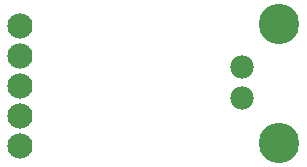
<source format=gbr>
G04 EAGLE Gerber RS-274X export*
G75*
%MOMM*%
%FSLAX34Y34*%
%LPD*%
%INSoldermask Bottom*%
%IPPOS*%
%AMOC8*
5,1,8,0,0,1.08239X$1,22.5*%
G01*
%ADD10C,1.981200*%
%ADD11C,3.419200*%
%ADD12C,2.133600*%


D10*
X201610Y84120D03*
X201610Y58120D03*
D11*
X233680Y120650D03*
X233680Y20320D03*
D12*
X13970Y119380D03*
X13970Y93980D03*
X13970Y68580D03*
X13970Y43180D03*
X13970Y17780D03*
M02*

</source>
